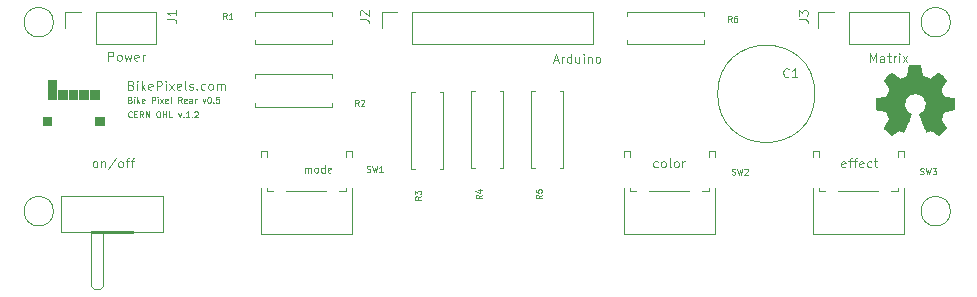
<source format=gbr>
%TF.GenerationSoftware,KiCad,Pcbnew,(5.1.9)-1*%
%TF.CreationDate,2021-06-30T13:01:53+01:00*%
%TF.ProjectId,bikepixel rear,62696b65-7069-4786-956c-20726561722e,v0.5*%
%TF.SameCoordinates,Original*%
%TF.FileFunction,Legend,Top*%
%TF.FilePolarity,Positive*%
%FSLAX46Y46*%
G04 Gerber Fmt 4.6, Leading zero omitted, Abs format (unit mm)*
G04 Created by KiCad (PCBNEW (5.1.9)-1) date 2021-06-30 13:01:53*
%MOMM*%
%LPD*%
G01*
G04 APERTURE LIST*
%ADD10C,0.010000*%
%ADD11C,0.120000*%
%ADD12C,0.240000*%
%ADD13C,0.076200*%
%ADD14C,0.101600*%
G04 APERTURE END LIST*
D10*
%TO.C,Bike Pixel Rear v0.5*%
G36*
X107784900Y-96926400D02*
G01*
X107067350Y-96926400D01*
X107067350Y-96202500D01*
X107784900Y-96202500D01*
X107784900Y-96926400D01*
G37*
X107784900Y-96926400D02*
X107067350Y-96926400D01*
X107067350Y-96202500D01*
X107784900Y-96202500D01*
X107784900Y-96926400D01*
G36*
X111359950Y-97815400D02*
G01*
X110635945Y-97815400D01*
X110637585Y-97455037D01*
X110639225Y-97094675D01*
X110999587Y-97093035D01*
X111359950Y-97091395D01*
X111359950Y-97815400D01*
G37*
X111359950Y-97815400D02*
X110635945Y-97815400D01*
X110637585Y-97455037D01*
X110639225Y-97094675D01*
X110999587Y-97093035D01*
X111359950Y-97091395D01*
X111359950Y-97815400D01*
G36*
X110107412Y-97093035D02*
G01*
X110467775Y-97094675D01*
X110469414Y-97455037D01*
X110471054Y-97815400D01*
X109747050Y-97815400D01*
X109747050Y-97091395D01*
X110107412Y-97093035D01*
G37*
X110107412Y-97093035D02*
X110467775Y-97094675D01*
X110469414Y-97455037D01*
X110471054Y-97815400D01*
X109747050Y-97815400D01*
X109747050Y-97091395D01*
X110107412Y-97093035D01*
G36*
X109574064Y-97455037D02*
G01*
X109575704Y-97815400D01*
X108851595Y-97815400D01*
X108853235Y-97455037D01*
X108854875Y-97094675D01*
X109572425Y-97094675D01*
X109574064Y-97455037D01*
G37*
X109574064Y-97455037D02*
X109575704Y-97815400D01*
X108851595Y-97815400D01*
X108853235Y-97455037D01*
X108854875Y-97094675D01*
X109572425Y-97094675D01*
X109574064Y-97455037D01*
G36*
X108680250Y-97815400D02*
G01*
X107956245Y-97815400D01*
X107957885Y-97455037D01*
X107959525Y-97094675D01*
X108319887Y-97093035D01*
X108680250Y-97091395D01*
X108680250Y-97815400D01*
G37*
X108680250Y-97815400D02*
X107956245Y-97815400D01*
X107957885Y-97455037D01*
X107959525Y-97094675D01*
X108319887Y-97093035D01*
X108680250Y-97091395D01*
X108680250Y-97815400D01*
G36*
X107784900Y-97815400D02*
G01*
X107067350Y-97815400D01*
X107067350Y-97091500D01*
X107784900Y-97091500D01*
X107784900Y-97815400D01*
G37*
X107784900Y-97815400D02*
X107067350Y-97815400D01*
X107067350Y-97091500D01*
X107784900Y-97091500D01*
X107784900Y-97815400D01*
G36*
X111817150Y-100037900D02*
G01*
X111093145Y-100037900D01*
X111094785Y-99677537D01*
X111096425Y-99317175D01*
X111456787Y-99315535D01*
X111817150Y-99313895D01*
X111817150Y-100037900D01*
G37*
X111817150Y-100037900D02*
X111093145Y-100037900D01*
X111094785Y-99677537D01*
X111096425Y-99317175D01*
X111456787Y-99315535D01*
X111817150Y-99313895D01*
X111817150Y-100037900D01*
G36*
X106989562Y-99315535D02*
G01*
X107349925Y-99317175D01*
X107351564Y-99677537D01*
X107353204Y-100037900D01*
X106629200Y-100037900D01*
X106629200Y-99313895D01*
X106989562Y-99315535D01*
G37*
X106989562Y-99315535D02*
X107349925Y-99317175D01*
X107351564Y-99677537D01*
X107353204Y-100037900D01*
X106629200Y-100037900D01*
X106629200Y-99313895D01*
X106989562Y-99315535D01*
%TO.C,OSHW*%
G36*
X181022814Y-95385931D02*
G01*
X181106635Y-95830555D01*
X181415920Y-95958053D01*
X181725206Y-96085551D01*
X182096246Y-95833246D01*
X182200157Y-95762996D01*
X182294087Y-95700272D01*
X182373652Y-95647938D01*
X182434470Y-95608857D01*
X182472157Y-95585893D01*
X182482421Y-95580942D01*
X182500910Y-95593676D01*
X182540420Y-95628882D01*
X182596522Y-95682062D01*
X182664787Y-95748718D01*
X182740786Y-95824354D01*
X182820092Y-95904472D01*
X182898275Y-95984574D01*
X182970907Y-96060164D01*
X183033559Y-96126745D01*
X183081803Y-96179818D01*
X183111210Y-96214887D01*
X183118241Y-96226623D01*
X183108123Y-96248260D01*
X183079759Y-96295662D01*
X183036129Y-96364193D01*
X182980218Y-96449215D01*
X182915006Y-96546093D01*
X182877219Y-96601350D01*
X182808343Y-96702248D01*
X182747140Y-96793299D01*
X182696578Y-96869970D01*
X182659628Y-96927728D01*
X182639258Y-96962043D01*
X182636197Y-96969254D01*
X182643136Y-96989748D01*
X182662051Y-97037513D01*
X182690087Y-97105832D01*
X182724391Y-97187989D01*
X182762109Y-97277270D01*
X182800387Y-97366958D01*
X182836370Y-97450338D01*
X182867206Y-97520694D01*
X182890039Y-97571310D01*
X182902017Y-97595471D01*
X182902724Y-97596422D01*
X182921531Y-97601036D01*
X182971618Y-97611328D01*
X183047793Y-97626287D01*
X183144865Y-97644901D01*
X183257643Y-97666159D01*
X183323442Y-97678418D01*
X183443950Y-97701362D01*
X183552797Y-97723195D01*
X183644476Y-97742722D01*
X183713481Y-97758748D01*
X183754304Y-97770079D01*
X183762511Y-97773674D01*
X183770548Y-97798006D01*
X183777033Y-97852959D01*
X183781970Y-97932108D01*
X183785364Y-98029026D01*
X183787218Y-98137287D01*
X183787538Y-98250465D01*
X183786327Y-98362135D01*
X183783590Y-98465868D01*
X183779331Y-98555241D01*
X183773555Y-98623826D01*
X183766267Y-98665197D01*
X183761895Y-98673810D01*
X183735764Y-98684133D01*
X183680393Y-98698892D01*
X183603107Y-98716352D01*
X183511230Y-98734780D01*
X183479158Y-98740741D01*
X183324524Y-98769066D01*
X183202375Y-98791876D01*
X183108673Y-98810080D01*
X183039384Y-98824583D01*
X182990471Y-98836292D01*
X182957897Y-98846115D01*
X182937628Y-98854956D01*
X182925626Y-98863724D01*
X182923947Y-98865457D01*
X182907184Y-98893371D01*
X182881614Y-98947695D01*
X182849788Y-99021777D01*
X182814260Y-99108965D01*
X182777583Y-99202608D01*
X182742311Y-99296052D01*
X182710996Y-99382647D01*
X182686193Y-99455740D01*
X182670454Y-99508678D01*
X182666332Y-99534811D01*
X182666676Y-99535726D01*
X182680641Y-99557086D01*
X182712322Y-99604084D01*
X182758391Y-99671827D01*
X182815518Y-99755423D01*
X182880373Y-99849982D01*
X182898843Y-99876854D01*
X182964699Y-99974275D01*
X183022650Y-100063163D01*
X183069538Y-100138412D01*
X183102207Y-100194920D01*
X183117500Y-100227581D01*
X183118241Y-100231593D01*
X183105392Y-100252684D01*
X183069888Y-100294464D01*
X183016293Y-100352445D01*
X182949171Y-100422135D01*
X182873087Y-100499045D01*
X182792604Y-100578683D01*
X182712287Y-100656561D01*
X182636699Y-100728186D01*
X182570405Y-100789070D01*
X182517969Y-100834721D01*
X182483955Y-100860650D01*
X182474545Y-100864883D01*
X182452643Y-100854912D01*
X182407800Y-100828020D01*
X182347321Y-100788736D01*
X182300789Y-100757117D01*
X182216475Y-100699098D01*
X182116626Y-100630784D01*
X182016473Y-100562579D01*
X181962627Y-100526075D01*
X181780371Y-100402800D01*
X181627381Y-100485520D01*
X181557682Y-100521759D01*
X181498414Y-100549926D01*
X181458311Y-100565991D01*
X181448103Y-100568226D01*
X181435829Y-100551722D01*
X181411613Y-100505082D01*
X181377263Y-100432609D01*
X181334588Y-100338606D01*
X181285394Y-100227374D01*
X181231490Y-100103215D01*
X181174684Y-99970432D01*
X181116782Y-99833327D01*
X181059593Y-99696202D01*
X181004924Y-99563358D01*
X180954584Y-99439098D01*
X180910380Y-99327725D01*
X180874119Y-99233539D01*
X180847609Y-99160844D01*
X180832658Y-99113941D01*
X180830254Y-99097833D01*
X180849311Y-99077286D01*
X180891036Y-99043933D01*
X180946706Y-99004702D01*
X180951378Y-99001599D01*
X181095264Y-98886423D01*
X181211283Y-98752053D01*
X181298430Y-98602784D01*
X181355699Y-98442913D01*
X181382086Y-98276737D01*
X181376585Y-98108552D01*
X181338190Y-97942655D01*
X181265895Y-97783342D01*
X181244626Y-97748487D01*
X181133996Y-97607737D01*
X181003302Y-97494714D01*
X180857064Y-97410003D01*
X180699808Y-97354194D01*
X180536057Y-97327874D01*
X180370333Y-97331630D01*
X180207162Y-97366050D01*
X180051065Y-97431723D01*
X179906567Y-97529235D01*
X179861869Y-97568813D01*
X179748112Y-97692703D01*
X179665218Y-97823124D01*
X179608356Y-97969315D01*
X179576687Y-98114088D01*
X179568869Y-98276860D01*
X179594938Y-98440440D01*
X179652245Y-98599298D01*
X179738144Y-98747906D01*
X179849986Y-98880735D01*
X179985123Y-98992256D01*
X180002883Y-99004011D01*
X180059150Y-99042508D01*
X180101923Y-99075863D01*
X180122372Y-99097160D01*
X180122669Y-99097833D01*
X180118279Y-99120871D01*
X180100876Y-99173157D01*
X180072268Y-99250390D01*
X180034265Y-99348268D01*
X179988674Y-99462491D01*
X179937303Y-99588758D01*
X179881962Y-99722767D01*
X179824458Y-99860218D01*
X179766601Y-99996808D01*
X179710198Y-100128237D01*
X179657058Y-100250205D01*
X179608990Y-100358409D01*
X179567801Y-100448549D01*
X179535301Y-100516323D01*
X179513297Y-100557430D01*
X179504436Y-100568226D01*
X179477360Y-100559819D01*
X179426697Y-100537272D01*
X179361183Y-100504613D01*
X179325159Y-100485520D01*
X179172168Y-100402800D01*
X178989912Y-100526075D01*
X178896875Y-100589228D01*
X178795015Y-100658727D01*
X178699562Y-100724165D01*
X178651750Y-100757117D01*
X178584505Y-100802273D01*
X178527564Y-100838057D01*
X178488354Y-100859938D01*
X178475619Y-100864563D01*
X178457083Y-100852085D01*
X178416059Y-100817252D01*
X178356525Y-100763678D01*
X178282458Y-100694983D01*
X178197835Y-100614781D01*
X178144315Y-100563286D01*
X178050681Y-100471286D01*
X177969759Y-100388999D01*
X177904823Y-100319945D01*
X177859142Y-100267644D01*
X177835989Y-100235616D01*
X177833768Y-100229116D01*
X177844076Y-100204394D01*
X177872561Y-100154405D01*
X177916063Y-100084212D01*
X177971423Y-99998875D01*
X178035480Y-99903456D01*
X178053697Y-99876854D01*
X178120073Y-99780167D01*
X178179622Y-99693117D01*
X178229016Y-99620595D01*
X178264925Y-99567493D01*
X178284019Y-99538703D01*
X178285864Y-99535726D01*
X178283105Y-99512782D01*
X178268462Y-99462336D01*
X178244487Y-99391041D01*
X178213734Y-99305547D01*
X178178756Y-99212507D01*
X178142107Y-99118574D01*
X178106339Y-99030399D01*
X178074006Y-98954634D01*
X178047662Y-98897931D01*
X178029858Y-98866943D01*
X178028593Y-98865457D01*
X178017706Y-98856601D01*
X177999318Y-98847843D01*
X177969394Y-98838277D01*
X177923897Y-98826996D01*
X177858791Y-98813093D01*
X177770039Y-98795663D01*
X177653607Y-98773798D01*
X177505458Y-98746591D01*
X177473382Y-98740741D01*
X177378314Y-98722374D01*
X177295435Y-98704405D01*
X177232070Y-98688569D01*
X177195542Y-98676600D01*
X177190644Y-98673810D01*
X177182573Y-98649072D01*
X177176013Y-98593790D01*
X177170967Y-98514389D01*
X177167441Y-98417296D01*
X177165439Y-98308938D01*
X177164964Y-98195740D01*
X177166023Y-98084128D01*
X177168618Y-97980529D01*
X177172754Y-97891368D01*
X177178437Y-97823072D01*
X177185669Y-97782066D01*
X177190029Y-97773674D01*
X177214302Y-97765208D01*
X177269574Y-97751435D01*
X177350338Y-97733550D01*
X177451088Y-97712748D01*
X177566317Y-97690223D01*
X177629098Y-97678418D01*
X177748213Y-97656151D01*
X177854435Y-97635979D01*
X177942573Y-97618915D01*
X178007434Y-97605969D01*
X178043826Y-97598155D01*
X178049816Y-97596422D01*
X178059939Y-97576890D01*
X178081338Y-97529843D01*
X178111161Y-97462003D01*
X178146555Y-97380091D01*
X178184668Y-97290828D01*
X178222647Y-97200935D01*
X178257640Y-97117135D01*
X178286794Y-97046147D01*
X178307257Y-96994694D01*
X178316177Y-96969497D01*
X178316343Y-96968396D01*
X178306231Y-96948519D01*
X178277883Y-96902777D01*
X178234277Y-96835717D01*
X178178394Y-96751884D01*
X178113213Y-96655826D01*
X178075321Y-96600650D01*
X178006275Y-96499481D01*
X177944950Y-96407630D01*
X177894337Y-96329744D01*
X177857429Y-96270469D01*
X177837218Y-96234451D01*
X177834299Y-96226377D01*
X177846847Y-96207584D01*
X177881537Y-96167457D01*
X177933937Y-96110493D01*
X177999616Y-96041185D01*
X178074144Y-95964031D01*
X178153087Y-95883525D01*
X178232017Y-95804163D01*
X178306500Y-95730440D01*
X178372106Y-95666852D01*
X178424404Y-95617894D01*
X178458961Y-95588061D01*
X178470522Y-95580942D01*
X178489346Y-95590953D01*
X178534369Y-95619078D01*
X178601213Y-95662454D01*
X178685501Y-95718218D01*
X178782856Y-95783506D01*
X178856293Y-95833246D01*
X179227333Y-96085551D01*
X179845905Y-95830555D01*
X179929725Y-95385931D01*
X180013546Y-94941307D01*
X180938994Y-94941307D01*
X181022814Y-95385931D01*
G37*
X181022814Y-95385931D02*
X181106635Y-95830555D01*
X181415920Y-95958053D01*
X181725206Y-96085551D01*
X182096246Y-95833246D01*
X182200157Y-95762996D01*
X182294087Y-95700272D01*
X182373652Y-95647938D01*
X182434470Y-95608857D01*
X182472157Y-95585893D01*
X182482421Y-95580942D01*
X182500910Y-95593676D01*
X182540420Y-95628882D01*
X182596522Y-95682062D01*
X182664787Y-95748718D01*
X182740786Y-95824354D01*
X182820092Y-95904472D01*
X182898275Y-95984574D01*
X182970907Y-96060164D01*
X183033559Y-96126745D01*
X183081803Y-96179818D01*
X183111210Y-96214887D01*
X183118241Y-96226623D01*
X183108123Y-96248260D01*
X183079759Y-96295662D01*
X183036129Y-96364193D01*
X182980218Y-96449215D01*
X182915006Y-96546093D01*
X182877219Y-96601350D01*
X182808343Y-96702248D01*
X182747140Y-96793299D01*
X182696578Y-96869970D01*
X182659628Y-96927728D01*
X182639258Y-96962043D01*
X182636197Y-96969254D01*
X182643136Y-96989748D01*
X182662051Y-97037513D01*
X182690087Y-97105832D01*
X182724391Y-97187989D01*
X182762109Y-97277270D01*
X182800387Y-97366958D01*
X182836370Y-97450338D01*
X182867206Y-97520694D01*
X182890039Y-97571310D01*
X182902017Y-97595471D01*
X182902724Y-97596422D01*
X182921531Y-97601036D01*
X182971618Y-97611328D01*
X183047793Y-97626287D01*
X183144865Y-97644901D01*
X183257643Y-97666159D01*
X183323442Y-97678418D01*
X183443950Y-97701362D01*
X183552797Y-97723195D01*
X183644476Y-97742722D01*
X183713481Y-97758748D01*
X183754304Y-97770079D01*
X183762511Y-97773674D01*
X183770548Y-97798006D01*
X183777033Y-97852959D01*
X183781970Y-97932108D01*
X183785364Y-98029026D01*
X183787218Y-98137287D01*
X183787538Y-98250465D01*
X183786327Y-98362135D01*
X183783590Y-98465868D01*
X183779331Y-98555241D01*
X183773555Y-98623826D01*
X183766267Y-98665197D01*
X183761895Y-98673810D01*
X183735764Y-98684133D01*
X183680393Y-98698892D01*
X183603107Y-98716352D01*
X183511230Y-98734780D01*
X183479158Y-98740741D01*
X183324524Y-98769066D01*
X183202375Y-98791876D01*
X183108673Y-98810080D01*
X183039384Y-98824583D01*
X182990471Y-98836292D01*
X182957897Y-98846115D01*
X182937628Y-98854956D01*
X182925626Y-98863724D01*
X182923947Y-98865457D01*
X182907184Y-98893371D01*
X182881614Y-98947695D01*
X182849788Y-99021777D01*
X182814260Y-99108965D01*
X182777583Y-99202608D01*
X182742311Y-99296052D01*
X182710996Y-99382647D01*
X182686193Y-99455740D01*
X182670454Y-99508678D01*
X182666332Y-99534811D01*
X182666676Y-99535726D01*
X182680641Y-99557086D01*
X182712322Y-99604084D01*
X182758391Y-99671827D01*
X182815518Y-99755423D01*
X182880373Y-99849982D01*
X182898843Y-99876854D01*
X182964699Y-99974275D01*
X183022650Y-100063163D01*
X183069538Y-100138412D01*
X183102207Y-100194920D01*
X183117500Y-100227581D01*
X183118241Y-100231593D01*
X183105392Y-100252684D01*
X183069888Y-100294464D01*
X183016293Y-100352445D01*
X182949171Y-100422135D01*
X182873087Y-100499045D01*
X182792604Y-100578683D01*
X182712287Y-100656561D01*
X182636699Y-100728186D01*
X182570405Y-100789070D01*
X182517969Y-100834721D01*
X182483955Y-100860650D01*
X182474545Y-100864883D01*
X182452643Y-100854912D01*
X182407800Y-100828020D01*
X182347321Y-100788736D01*
X182300789Y-100757117D01*
X182216475Y-100699098D01*
X182116626Y-100630784D01*
X182016473Y-100562579D01*
X181962627Y-100526075D01*
X181780371Y-100402800D01*
X181627381Y-100485520D01*
X181557682Y-100521759D01*
X181498414Y-100549926D01*
X181458311Y-100565991D01*
X181448103Y-100568226D01*
X181435829Y-100551722D01*
X181411613Y-100505082D01*
X181377263Y-100432609D01*
X181334588Y-100338606D01*
X181285394Y-100227374D01*
X181231490Y-100103215D01*
X181174684Y-99970432D01*
X181116782Y-99833327D01*
X181059593Y-99696202D01*
X181004924Y-99563358D01*
X180954584Y-99439098D01*
X180910380Y-99327725D01*
X180874119Y-99233539D01*
X180847609Y-99160844D01*
X180832658Y-99113941D01*
X180830254Y-99097833D01*
X180849311Y-99077286D01*
X180891036Y-99043933D01*
X180946706Y-99004702D01*
X180951378Y-99001599D01*
X181095264Y-98886423D01*
X181211283Y-98752053D01*
X181298430Y-98602784D01*
X181355699Y-98442913D01*
X181382086Y-98276737D01*
X181376585Y-98108552D01*
X181338190Y-97942655D01*
X181265895Y-97783342D01*
X181244626Y-97748487D01*
X181133996Y-97607737D01*
X181003302Y-97494714D01*
X180857064Y-97410003D01*
X180699808Y-97354194D01*
X180536057Y-97327874D01*
X180370333Y-97331630D01*
X180207162Y-97366050D01*
X180051065Y-97431723D01*
X179906567Y-97529235D01*
X179861869Y-97568813D01*
X179748112Y-97692703D01*
X179665218Y-97823124D01*
X179608356Y-97969315D01*
X179576687Y-98114088D01*
X179568869Y-98276860D01*
X179594938Y-98440440D01*
X179652245Y-98599298D01*
X179738144Y-98747906D01*
X179849986Y-98880735D01*
X179985123Y-98992256D01*
X180002883Y-99004011D01*
X180059150Y-99042508D01*
X180101923Y-99075863D01*
X180122372Y-99097160D01*
X180122669Y-99097833D01*
X180118279Y-99120871D01*
X180100876Y-99173157D01*
X180072268Y-99250390D01*
X180034265Y-99348268D01*
X179988674Y-99462491D01*
X179937303Y-99588758D01*
X179881962Y-99722767D01*
X179824458Y-99860218D01*
X179766601Y-99996808D01*
X179710198Y-100128237D01*
X179657058Y-100250205D01*
X179608990Y-100358409D01*
X179567801Y-100448549D01*
X179535301Y-100516323D01*
X179513297Y-100557430D01*
X179504436Y-100568226D01*
X179477360Y-100559819D01*
X179426697Y-100537272D01*
X179361183Y-100504613D01*
X179325159Y-100485520D01*
X179172168Y-100402800D01*
X178989912Y-100526075D01*
X178896875Y-100589228D01*
X178795015Y-100658727D01*
X178699562Y-100724165D01*
X178651750Y-100757117D01*
X178584505Y-100802273D01*
X178527564Y-100838057D01*
X178488354Y-100859938D01*
X178475619Y-100864563D01*
X178457083Y-100852085D01*
X178416059Y-100817252D01*
X178356525Y-100763678D01*
X178282458Y-100694983D01*
X178197835Y-100614781D01*
X178144315Y-100563286D01*
X178050681Y-100471286D01*
X177969759Y-100388999D01*
X177904823Y-100319945D01*
X177859142Y-100267644D01*
X177835989Y-100235616D01*
X177833768Y-100229116D01*
X177844076Y-100204394D01*
X177872561Y-100154405D01*
X177916063Y-100084212D01*
X177971423Y-99998875D01*
X178035480Y-99903456D01*
X178053697Y-99876854D01*
X178120073Y-99780167D01*
X178179622Y-99693117D01*
X178229016Y-99620595D01*
X178264925Y-99567493D01*
X178284019Y-99538703D01*
X178285864Y-99535726D01*
X178283105Y-99512782D01*
X178268462Y-99462336D01*
X178244487Y-99391041D01*
X178213734Y-99305547D01*
X178178756Y-99212507D01*
X178142107Y-99118574D01*
X178106339Y-99030399D01*
X178074006Y-98954634D01*
X178047662Y-98897931D01*
X178029858Y-98866943D01*
X178028593Y-98865457D01*
X178017706Y-98856601D01*
X177999318Y-98847843D01*
X177969394Y-98838277D01*
X177923897Y-98826996D01*
X177858791Y-98813093D01*
X177770039Y-98795663D01*
X177653607Y-98773798D01*
X177505458Y-98746591D01*
X177473382Y-98740741D01*
X177378314Y-98722374D01*
X177295435Y-98704405D01*
X177232070Y-98688569D01*
X177195542Y-98676600D01*
X177190644Y-98673810D01*
X177182573Y-98649072D01*
X177176013Y-98593790D01*
X177170967Y-98514389D01*
X177167441Y-98417296D01*
X177165439Y-98308938D01*
X177164964Y-98195740D01*
X177166023Y-98084128D01*
X177168618Y-97980529D01*
X177172754Y-97891368D01*
X177178437Y-97823072D01*
X177185669Y-97782066D01*
X177190029Y-97773674D01*
X177214302Y-97765208D01*
X177269574Y-97751435D01*
X177350338Y-97733550D01*
X177451088Y-97712748D01*
X177566317Y-97690223D01*
X177629098Y-97678418D01*
X177748213Y-97656151D01*
X177854435Y-97635979D01*
X177942573Y-97618915D01*
X178007434Y-97605969D01*
X178043826Y-97598155D01*
X178049816Y-97596422D01*
X178059939Y-97576890D01*
X178081338Y-97529843D01*
X178111161Y-97462003D01*
X178146555Y-97380091D01*
X178184668Y-97290828D01*
X178222647Y-97200935D01*
X178257640Y-97117135D01*
X178286794Y-97046147D01*
X178307257Y-96994694D01*
X178316177Y-96969497D01*
X178316343Y-96968396D01*
X178306231Y-96948519D01*
X178277883Y-96902777D01*
X178234277Y-96835717D01*
X178178394Y-96751884D01*
X178113213Y-96655826D01*
X178075321Y-96600650D01*
X178006275Y-96499481D01*
X177944950Y-96407630D01*
X177894337Y-96329744D01*
X177857429Y-96270469D01*
X177837218Y-96234451D01*
X177834299Y-96226377D01*
X177846847Y-96207584D01*
X177881537Y-96167457D01*
X177933937Y-96110493D01*
X177999616Y-96041185D01*
X178074144Y-95964031D01*
X178153087Y-95883525D01*
X178232017Y-95804163D01*
X178306500Y-95730440D01*
X178372106Y-95666852D01*
X178424404Y-95617894D01*
X178458961Y-95588061D01*
X178470522Y-95580942D01*
X178489346Y-95590953D01*
X178534369Y-95619078D01*
X178601213Y-95662454D01*
X178685501Y-95718218D01*
X178782856Y-95783506D01*
X178856293Y-95833246D01*
X179227333Y-96085551D01*
X179845905Y-95830555D01*
X179929725Y-95385931D01*
X180013546Y-94941307D01*
X180938994Y-94941307D01*
X181022814Y-95385931D01*
D11*
%TO.C,H3*%
X183496000Y-107315000D02*
G75*
G03*
X183496000Y-107315000I-1251000J0D01*
G01*
%TO.C,H4*%
X183496000Y-91313000D02*
G75*
G03*
X183496000Y-91313000I-1251000J0D01*
G01*
%TO.C,H2*%
X107550000Y-107315000D02*
G75*
G03*
X107550000Y-107315000I-1251000J0D01*
G01*
%TO.C,H1*%
X107550000Y-91313000D02*
G75*
G03*
X107550000Y-91313000I-1251000J0D01*
G01*
%TO.C,SW2*%
X161375000Y-105583000D02*
X157975000Y-105583000D01*
X163015000Y-105583000D02*
X162475000Y-105583000D01*
X155815000Y-102753000D02*
X155815000Y-102243000D01*
X156335000Y-102243000D02*
X155815000Y-102243000D01*
X156335000Y-102753000D02*
X156335000Y-102243000D01*
X156875000Y-105583000D02*
X156335000Y-105583000D01*
X163535000Y-102753000D02*
X163535000Y-102243000D01*
X163015000Y-102753000D02*
X163015000Y-102243000D01*
X156335000Y-105583000D02*
X156335000Y-105353000D01*
X163535000Y-109253000D02*
X163535000Y-105353000D01*
X163535000Y-102243000D02*
X163015000Y-102243000D01*
X155815000Y-109253000D02*
X155815000Y-105353000D01*
X163535000Y-109253000D02*
X155815000Y-109253000D01*
X163015000Y-105583000D02*
X163015000Y-105353000D01*
%TO.C,C1*%
X172014000Y-97381000D02*
G75*
G03*
X172014000Y-97381000I-4120000J0D01*
G01*
%TO.C,J1*%
X111125000Y-93151000D02*
X111125000Y-90491000D01*
X111125000Y-93151000D02*
X116265000Y-93151000D01*
X116265000Y-93151000D02*
X116265000Y-90491000D01*
X111125000Y-90491000D02*
X116265000Y-90491000D01*
X108525000Y-90491000D02*
X109855000Y-90491000D01*
X108525000Y-91821000D02*
X108525000Y-90491000D01*
%TO.C,J2*%
X137922000Y-93151000D02*
X137922000Y-90491000D01*
X137922000Y-93151000D02*
X153222000Y-93151000D01*
X153222000Y-93151000D02*
X153222000Y-90491000D01*
X137922000Y-90491000D02*
X153222000Y-90491000D01*
X135322000Y-90491000D02*
X136652000Y-90491000D01*
X135322000Y-91821000D02*
X135322000Y-90491000D01*
%TO.C,J3*%
X172279000Y-91821000D02*
X172279000Y-90491000D01*
X172279000Y-90491000D02*
X173609000Y-90491000D01*
X174879000Y-90491000D02*
X180019000Y-90491000D01*
X180019000Y-93151000D02*
X180019000Y-90491000D01*
X174879000Y-93151000D02*
X180019000Y-93151000D01*
X174879000Y-93151000D02*
X174879000Y-90491000D01*
%TO.C,R1*%
X131159000Y-93191000D02*
X131159000Y-92861000D01*
X124619000Y-93191000D02*
X131159000Y-93191000D01*
X124619000Y-92861000D02*
X124619000Y-93191000D01*
X131159000Y-90451000D02*
X131159000Y-90781000D01*
X124619000Y-90451000D02*
X131159000Y-90451000D01*
X124619000Y-90781000D02*
X124619000Y-90451000D01*
%TO.C,R2*%
X124619000Y-96051500D02*
X124619000Y-95721500D01*
X124619000Y-95721500D02*
X131159000Y-95721500D01*
X131159000Y-95721500D02*
X131159000Y-96051500D01*
X124619000Y-98131500D02*
X124619000Y-98461500D01*
X124619000Y-98461500D02*
X131159000Y-98461500D01*
X131159000Y-98461500D02*
X131159000Y-98131500D01*
%TO.C,R3*%
X140562000Y-97187000D02*
X140232000Y-97187000D01*
X140562000Y-103727000D02*
X140562000Y-97187000D01*
X140232000Y-103727000D02*
X140562000Y-103727000D01*
X137822000Y-97187000D02*
X138152000Y-97187000D01*
X137822000Y-103727000D02*
X137822000Y-97187000D01*
X138152000Y-103727000D02*
X137822000Y-103727000D01*
%TO.C,R4*%
X143232000Y-103663500D02*
X142902000Y-103663500D01*
X142902000Y-103663500D02*
X142902000Y-97123500D01*
X142902000Y-97123500D02*
X143232000Y-97123500D01*
X145312000Y-103663500D02*
X145642000Y-103663500D01*
X145642000Y-103663500D02*
X145642000Y-97123500D01*
X145642000Y-97123500D02*
X145312000Y-97123500D01*
%TO.C,R5*%
X150722000Y-97123500D02*
X150392000Y-97123500D01*
X150722000Y-103663500D02*
X150722000Y-97123500D01*
X150392000Y-103663500D02*
X150722000Y-103663500D01*
X147982000Y-97123500D02*
X148312000Y-97123500D01*
X147982000Y-103663500D02*
X147982000Y-97123500D01*
X148312000Y-103663500D02*
X147982000Y-103663500D01*
%TO.C,R6*%
X156115000Y-90781000D02*
X156115000Y-90451000D01*
X156115000Y-90451000D02*
X162655000Y-90451000D01*
X162655000Y-90451000D02*
X162655000Y-90781000D01*
X156115000Y-92861000D02*
X156115000Y-93191000D01*
X156115000Y-93191000D02*
X162655000Y-93191000D01*
X162655000Y-93191000D02*
X162655000Y-92861000D01*
%TO.C,SW0*%
X108204000Y-109093000D02*
X108204000Y-106045000D01*
X116840000Y-109093000D02*
X108204000Y-109093000D01*
X116840000Y-106045000D02*
X116840000Y-109093000D01*
X108204000Y-106045000D02*
X116840000Y-106045000D01*
D12*
X110744000Y-109093000D02*
X114300000Y-109093000D01*
D11*
X110744000Y-109093000D02*
X110744000Y-113665000D01*
X111760000Y-113665000D02*
X111760000Y-109093000D01*
X110744000Y-113665000D02*
X110998000Y-113919000D01*
X110998000Y-113919000D02*
X111506000Y-113919000D01*
X111506000Y-113919000D02*
X111760000Y-113665000D01*
%TO.C,SW1*%
X132281000Y-105583000D02*
X132281000Y-105353000D01*
X132801000Y-109253000D02*
X125081000Y-109253000D01*
X125081000Y-109253000D02*
X125081000Y-105353000D01*
X132801000Y-102243000D02*
X132281000Y-102243000D01*
X132801000Y-109253000D02*
X132801000Y-105353000D01*
X125601000Y-105583000D02*
X125601000Y-105353000D01*
X132281000Y-102753000D02*
X132281000Y-102243000D01*
X132801000Y-102753000D02*
X132801000Y-102243000D01*
X126141000Y-105583000D02*
X125601000Y-105583000D01*
X125601000Y-102753000D02*
X125601000Y-102243000D01*
X125601000Y-102243000D02*
X125081000Y-102243000D01*
X125081000Y-102753000D02*
X125081000Y-102243000D01*
X132281000Y-105583000D02*
X131741000Y-105583000D01*
X130641000Y-105583000D02*
X127241000Y-105583000D01*
%TO.C,SW3*%
X179017000Y-105583000D02*
X179017000Y-105353000D01*
X179537000Y-109253000D02*
X171817000Y-109253000D01*
X171817000Y-109253000D02*
X171817000Y-105353000D01*
X179537000Y-102243000D02*
X179017000Y-102243000D01*
X179537000Y-109253000D02*
X179537000Y-105353000D01*
X172337000Y-105583000D02*
X172337000Y-105353000D01*
X179017000Y-102753000D02*
X179017000Y-102243000D01*
X179537000Y-102753000D02*
X179537000Y-102243000D01*
X172877000Y-105583000D02*
X172337000Y-105583000D01*
X172337000Y-102753000D02*
X172337000Y-102243000D01*
X172337000Y-102243000D02*
X171817000Y-102243000D01*
X171817000Y-102753000D02*
X171817000Y-102243000D01*
X179017000Y-105583000D02*
X178477000Y-105583000D01*
X177377000Y-105583000D02*
X173977000Y-105583000D01*
%TO.C,CERN OHL v.1.2*%
D13*
X114177838Y-99317628D02*
X114153647Y-99341819D01*
X114081076Y-99366009D01*
X114032695Y-99366009D01*
X113960123Y-99341819D01*
X113911742Y-99293438D01*
X113887552Y-99245057D01*
X113863361Y-99148295D01*
X113863361Y-99075723D01*
X113887552Y-98978961D01*
X113911742Y-98930580D01*
X113960123Y-98882200D01*
X114032695Y-98858009D01*
X114081076Y-98858009D01*
X114153647Y-98882200D01*
X114177838Y-98906390D01*
X114395552Y-99099914D02*
X114564885Y-99099914D01*
X114637457Y-99366009D02*
X114395552Y-99366009D01*
X114395552Y-98858009D01*
X114637457Y-98858009D01*
X115145457Y-99366009D02*
X114976123Y-99124104D01*
X114855171Y-99366009D02*
X114855171Y-98858009D01*
X115048695Y-98858009D01*
X115097076Y-98882200D01*
X115121266Y-98906390D01*
X115145457Y-98954771D01*
X115145457Y-99027342D01*
X115121266Y-99075723D01*
X115097076Y-99099914D01*
X115048695Y-99124104D01*
X114855171Y-99124104D01*
X115363171Y-99366009D02*
X115363171Y-98858009D01*
X115653457Y-99366009D01*
X115653457Y-98858009D01*
X116379171Y-98858009D02*
X116475933Y-98858009D01*
X116524314Y-98882200D01*
X116572695Y-98930580D01*
X116596885Y-99027342D01*
X116596885Y-99196676D01*
X116572695Y-99293438D01*
X116524314Y-99341819D01*
X116475933Y-99366009D01*
X116379171Y-99366009D01*
X116330790Y-99341819D01*
X116282409Y-99293438D01*
X116258219Y-99196676D01*
X116258219Y-99027342D01*
X116282409Y-98930580D01*
X116330790Y-98882200D01*
X116379171Y-98858009D01*
X116814600Y-99366009D02*
X116814600Y-98858009D01*
X116814600Y-99099914D02*
X117104885Y-99099914D01*
X117104885Y-99366009D02*
X117104885Y-98858009D01*
X117588695Y-99366009D02*
X117346790Y-99366009D01*
X117346790Y-98858009D01*
X118096695Y-99027342D02*
X118217647Y-99366009D01*
X118338600Y-99027342D01*
X118532123Y-99317628D02*
X118556314Y-99341819D01*
X118532123Y-99366009D01*
X118507933Y-99341819D01*
X118532123Y-99317628D01*
X118532123Y-99366009D01*
X119040123Y-99366009D02*
X118749838Y-99366009D01*
X118894980Y-99366009D02*
X118894980Y-98858009D01*
X118846600Y-98930580D01*
X118798219Y-98978961D01*
X118749838Y-99003152D01*
X119257838Y-99317628D02*
X119282028Y-99341819D01*
X119257838Y-99366009D01*
X119233647Y-99341819D01*
X119257838Y-99317628D01*
X119257838Y-99366009D01*
X119475552Y-98906390D02*
X119499742Y-98882200D01*
X119548123Y-98858009D01*
X119669076Y-98858009D01*
X119717457Y-98882200D01*
X119741647Y-98906390D01*
X119765838Y-98954771D01*
X119765838Y-99003152D01*
X119741647Y-99075723D01*
X119451361Y-99366009D01*
X119765838Y-99366009D01*
%TO.C,Bike Pixel Rear v0.5*%
X114052047Y-97880714D02*
X114124619Y-97904904D01*
X114148809Y-97929095D01*
X114173000Y-97977476D01*
X114173000Y-98050047D01*
X114148809Y-98098428D01*
X114124619Y-98122619D01*
X114076238Y-98146809D01*
X113882714Y-98146809D01*
X113882714Y-97638809D01*
X114052047Y-97638809D01*
X114100428Y-97663000D01*
X114124619Y-97687190D01*
X114148809Y-97735571D01*
X114148809Y-97783952D01*
X114124619Y-97832333D01*
X114100428Y-97856523D01*
X114052047Y-97880714D01*
X113882714Y-97880714D01*
X114390714Y-98146809D02*
X114390714Y-97808142D01*
X114390714Y-97638809D02*
X114366523Y-97663000D01*
X114390714Y-97687190D01*
X114414904Y-97663000D01*
X114390714Y-97638809D01*
X114390714Y-97687190D01*
X114632619Y-98146809D02*
X114632619Y-97638809D01*
X114681000Y-97953285D02*
X114826142Y-98146809D01*
X114826142Y-97808142D02*
X114632619Y-98001666D01*
X115237380Y-98122619D02*
X115189000Y-98146809D01*
X115092238Y-98146809D01*
X115043857Y-98122619D01*
X115019666Y-98074238D01*
X115019666Y-97880714D01*
X115043857Y-97832333D01*
X115092238Y-97808142D01*
X115189000Y-97808142D01*
X115237380Y-97832333D01*
X115261571Y-97880714D01*
X115261571Y-97929095D01*
X115019666Y-97977476D01*
X115866333Y-98146809D02*
X115866333Y-97638809D01*
X116059857Y-97638809D01*
X116108238Y-97663000D01*
X116132428Y-97687190D01*
X116156619Y-97735571D01*
X116156619Y-97808142D01*
X116132428Y-97856523D01*
X116108238Y-97880714D01*
X116059857Y-97904904D01*
X115866333Y-97904904D01*
X116374333Y-98146809D02*
X116374333Y-97808142D01*
X116374333Y-97638809D02*
X116350142Y-97663000D01*
X116374333Y-97687190D01*
X116398523Y-97663000D01*
X116374333Y-97638809D01*
X116374333Y-97687190D01*
X116567857Y-98146809D02*
X116833952Y-97808142D01*
X116567857Y-97808142D02*
X116833952Y-98146809D01*
X117221000Y-98122619D02*
X117172619Y-98146809D01*
X117075857Y-98146809D01*
X117027476Y-98122619D01*
X117003285Y-98074238D01*
X117003285Y-97880714D01*
X117027476Y-97832333D01*
X117075857Y-97808142D01*
X117172619Y-97808142D01*
X117221000Y-97832333D01*
X117245190Y-97880714D01*
X117245190Y-97929095D01*
X117003285Y-97977476D01*
X117535476Y-98146809D02*
X117487095Y-98122619D01*
X117462904Y-98074238D01*
X117462904Y-97638809D01*
X118406333Y-98146809D02*
X118237000Y-97904904D01*
X118116047Y-98146809D02*
X118116047Y-97638809D01*
X118309571Y-97638809D01*
X118357952Y-97663000D01*
X118382142Y-97687190D01*
X118406333Y-97735571D01*
X118406333Y-97808142D01*
X118382142Y-97856523D01*
X118357952Y-97880714D01*
X118309571Y-97904904D01*
X118116047Y-97904904D01*
X118817571Y-98122619D02*
X118769190Y-98146809D01*
X118672428Y-98146809D01*
X118624047Y-98122619D01*
X118599857Y-98074238D01*
X118599857Y-97880714D01*
X118624047Y-97832333D01*
X118672428Y-97808142D01*
X118769190Y-97808142D01*
X118817571Y-97832333D01*
X118841761Y-97880714D01*
X118841761Y-97929095D01*
X118599857Y-97977476D01*
X119277190Y-98146809D02*
X119277190Y-97880714D01*
X119253000Y-97832333D01*
X119204619Y-97808142D01*
X119107857Y-97808142D01*
X119059476Y-97832333D01*
X119277190Y-98122619D02*
X119228809Y-98146809D01*
X119107857Y-98146809D01*
X119059476Y-98122619D01*
X119035285Y-98074238D01*
X119035285Y-98025857D01*
X119059476Y-97977476D01*
X119107857Y-97953285D01*
X119228809Y-97953285D01*
X119277190Y-97929095D01*
X119519095Y-98146809D02*
X119519095Y-97808142D01*
X119519095Y-97904904D02*
X119543285Y-97856523D01*
X119567476Y-97832333D01*
X119615857Y-97808142D01*
X119664238Y-97808142D01*
X120172238Y-97808142D02*
X120293190Y-98146809D01*
X120414142Y-97808142D01*
X120704428Y-97638809D02*
X120752809Y-97638809D01*
X120801190Y-97663000D01*
X120825380Y-97687190D01*
X120849571Y-97735571D01*
X120873761Y-97832333D01*
X120873761Y-97953285D01*
X120849571Y-98050047D01*
X120825380Y-98098428D01*
X120801190Y-98122619D01*
X120752809Y-98146809D01*
X120704428Y-98146809D01*
X120656047Y-98122619D01*
X120631857Y-98098428D01*
X120607666Y-98050047D01*
X120583476Y-97953285D01*
X120583476Y-97832333D01*
X120607666Y-97735571D01*
X120631857Y-97687190D01*
X120656047Y-97663000D01*
X120704428Y-97638809D01*
X121091476Y-98098428D02*
X121115666Y-98122619D01*
X121091476Y-98146809D01*
X121067285Y-98122619D01*
X121091476Y-98098428D01*
X121091476Y-98146809D01*
X121575285Y-97638809D02*
X121333380Y-97638809D01*
X121309190Y-97880714D01*
X121333380Y-97856523D01*
X121381761Y-97832333D01*
X121502714Y-97832333D01*
X121551095Y-97856523D01*
X121575285Y-97880714D01*
X121599476Y-97929095D01*
X121599476Y-98050047D01*
X121575285Y-98098428D01*
X121551095Y-98122619D01*
X121502714Y-98146809D01*
X121381761Y-98146809D01*
X121333380Y-98122619D01*
X121309190Y-98098428D01*
D14*
X114129457Y-96643371D02*
X114238314Y-96679657D01*
X114274600Y-96715942D01*
X114310885Y-96788514D01*
X114310885Y-96897371D01*
X114274600Y-96969942D01*
X114238314Y-97006228D01*
X114165742Y-97042514D01*
X113875457Y-97042514D01*
X113875457Y-96280514D01*
X114129457Y-96280514D01*
X114202028Y-96316800D01*
X114238314Y-96353085D01*
X114274600Y-96425657D01*
X114274600Y-96498228D01*
X114238314Y-96570800D01*
X114202028Y-96607085D01*
X114129457Y-96643371D01*
X113875457Y-96643371D01*
X114637457Y-97042514D02*
X114637457Y-96534514D01*
X114637457Y-96280514D02*
X114601171Y-96316800D01*
X114637457Y-96353085D01*
X114673742Y-96316800D01*
X114637457Y-96280514D01*
X114637457Y-96353085D01*
X115000314Y-97042514D02*
X115000314Y-96280514D01*
X115072885Y-96752228D02*
X115290600Y-97042514D01*
X115290600Y-96534514D02*
X115000314Y-96824800D01*
X115907457Y-97006228D02*
X115834885Y-97042514D01*
X115689742Y-97042514D01*
X115617171Y-97006228D01*
X115580885Y-96933657D01*
X115580885Y-96643371D01*
X115617171Y-96570800D01*
X115689742Y-96534514D01*
X115834885Y-96534514D01*
X115907457Y-96570800D01*
X115943742Y-96643371D01*
X115943742Y-96715942D01*
X115580885Y-96788514D01*
X116270314Y-97042514D02*
X116270314Y-96280514D01*
X116560600Y-96280514D01*
X116633171Y-96316800D01*
X116669457Y-96353085D01*
X116705742Y-96425657D01*
X116705742Y-96534514D01*
X116669457Y-96607085D01*
X116633171Y-96643371D01*
X116560600Y-96679657D01*
X116270314Y-96679657D01*
X117032314Y-97042514D02*
X117032314Y-96534514D01*
X117032314Y-96280514D02*
X116996028Y-96316800D01*
X117032314Y-96353085D01*
X117068600Y-96316800D01*
X117032314Y-96280514D01*
X117032314Y-96353085D01*
X117322600Y-97042514D02*
X117721742Y-96534514D01*
X117322600Y-96534514D02*
X117721742Y-97042514D01*
X118302314Y-97006228D02*
X118229742Y-97042514D01*
X118084600Y-97042514D01*
X118012028Y-97006228D01*
X117975742Y-96933657D01*
X117975742Y-96643371D01*
X118012028Y-96570800D01*
X118084600Y-96534514D01*
X118229742Y-96534514D01*
X118302314Y-96570800D01*
X118338600Y-96643371D01*
X118338600Y-96715942D01*
X117975742Y-96788514D01*
X118774028Y-97042514D02*
X118701457Y-97006228D01*
X118665171Y-96933657D01*
X118665171Y-96280514D01*
X119028028Y-97006228D02*
X119100600Y-97042514D01*
X119245742Y-97042514D01*
X119318314Y-97006228D01*
X119354600Y-96933657D01*
X119354600Y-96897371D01*
X119318314Y-96824800D01*
X119245742Y-96788514D01*
X119136885Y-96788514D01*
X119064314Y-96752228D01*
X119028028Y-96679657D01*
X119028028Y-96643371D01*
X119064314Y-96570800D01*
X119136885Y-96534514D01*
X119245742Y-96534514D01*
X119318314Y-96570800D01*
X119681171Y-96969942D02*
X119717457Y-97006228D01*
X119681171Y-97042514D01*
X119644885Y-97006228D01*
X119681171Y-96969942D01*
X119681171Y-97042514D01*
X120370600Y-97006228D02*
X120298028Y-97042514D01*
X120152885Y-97042514D01*
X120080314Y-97006228D01*
X120044028Y-96969942D01*
X120007742Y-96897371D01*
X120007742Y-96679657D01*
X120044028Y-96607085D01*
X120080314Y-96570800D01*
X120152885Y-96534514D01*
X120298028Y-96534514D01*
X120370600Y-96570800D01*
X120806028Y-97042514D02*
X120733457Y-97006228D01*
X120697171Y-96969942D01*
X120660885Y-96897371D01*
X120660885Y-96679657D01*
X120697171Y-96607085D01*
X120733457Y-96570800D01*
X120806028Y-96534514D01*
X120914885Y-96534514D01*
X120987457Y-96570800D01*
X121023742Y-96607085D01*
X121060028Y-96679657D01*
X121060028Y-96897371D01*
X121023742Y-96969942D01*
X120987457Y-97006228D01*
X120914885Y-97042514D01*
X120806028Y-97042514D01*
X121386600Y-97042514D02*
X121386600Y-96534514D01*
X121386600Y-96607085D02*
X121422885Y-96570800D01*
X121495457Y-96534514D01*
X121604314Y-96534514D01*
X121676885Y-96570800D01*
X121713171Y-96643371D01*
X121713171Y-97042514D01*
X121713171Y-96643371D02*
X121749457Y-96570800D01*
X121822028Y-96534514D01*
X121930885Y-96534514D01*
X122003457Y-96570800D01*
X122039742Y-96643371D01*
X122039742Y-97042514D01*
%TO.C,SW2*%
D13*
X164981466Y-104193219D02*
X165054038Y-104217409D01*
X165174990Y-104217409D01*
X165223371Y-104193219D01*
X165247561Y-104169028D01*
X165271752Y-104120647D01*
X165271752Y-104072266D01*
X165247561Y-104023885D01*
X165223371Y-103999695D01*
X165174990Y-103975504D01*
X165078228Y-103951314D01*
X165029847Y-103927123D01*
X165005657Y-103902933D01*
X164981466Y-103854552D01*
X164981466Y-103806171D01*
X165005657Y-103757790D01*
X165029847Y-103733600D01*
X165078228Y-103709409D01*
X165199180Y-103709409D01*
X165271752Y-103733600D01*
X165441085Y-103709409D02*
X165562038Y-104217409D01*
X165658800Y-103854552D01*
X165755561Y-104217409D01*
X165876514Y-103709409D01*
X166045847Y-103757790D02*
X166070038Y-103733600D01*
X166118419Y-103709409D01*
X166239371Y-103709409D01*
X166287752Y-103733600D01*
X166311942Y-103757790D01*
X166336133Y-103806171D01*
X166336133Y-103854552D01*
X166311942Y-103927123D01*
X166021657Y-104217409D01*
X166336133Y-104217409D01*
D14*
X158695571Y-103559428D02*
X158623000Y-103595714D01*
X158477857Y-103595714D01*
X158405285Y-103559428D01*
X158369000Y-103523142D01*
X158332714Y-103450571D01*
X158332714Y-103232857D01*
X158369000Y-103160285D01*
X158405285Y-103124000D01*
X158477857Y-103087714D01*
X158623000Y-103087714D01*
X158695571Y-103124000D01*
X159131000Y-103595714D02*
X159058428Y-103559428D01*
X159022142Y-103523142D01*
X158985857Y-103450571D01*
X158985857Y-103232857D01*
X159022142Y-103160285D01*
X159058428Y-103124000D01*
X159131000Y-103087714D01*
X159239857Y-103087714D01*
X159312428Y-103124000D01*
X159348714Y-103160285D01*
X159385000Y-103232857D01*
X159385000Y-103450571D01*
X159348714Y-103523142D01*
X159312428Y-103559428D01*
X159239857Y-103595714D01*
X159131000Y-103595714D01*
X159820428Y-103595714D02*
X159747857Y-103559428D01*
X159711571Y-103486857D01*
X159711571Y-102833714D01*
X160219571Y-103595714D02*
X160147000Y-103559428D01*
X160110714Y-103523142D01*
X160074428Y-103450571D01*
X160074428Y-103232857D01*
X160110714Y-103160285D01*
X160147000Y-103124000D01*
X160219571Y-103087714D01*
X160328428Y-103087714D01*
X160401000Y-103124000D01*
X160437285Y-103160285D01*
X160473571Y-103232857D01*
X160473571Y-103450571D01*
X160437285Y-103523142D01*
X160401000Y-103559428D01*
X160328428Y-103595714D01*
X160219571Y-103595714D01*
X160800142Y-103595714D02*
X160800142Y-103087714D01*
X160800142Y-103232857D02*
X160836428Y-103160285D01*
X160872714Y-103124000D01*
X160945285Y-103087714D01*
X161017857Y-103087714D01*
%TO.C,C1*%
X169799000Y-95903142D02*
X169762714Y-95939428D01*
X169653857Y-95975714D01*
X169581285Y-95975714D01*
X169472428Y-95939428D01*
X169399857Y-95866857D01*
X169363571Y-95794285D01*
X169327285Y-95649142D01*
X169327285Y-95540285D01*
X169363571Y-95395142D01*
X169399857Y-95322571D01*
X169472428Y-95250000D01*
X169581285Y-95213714D01*
X169653857Y-95213714D01*
X169762714Y-95250000D01*
X169799000Y-95286285D01*
X170524714Y-95975714D02*
X170089285Y-95975714D01*
X170307000Y-95975714D02*
X170307000Y-95213714D01*
X170234428Y-95322571D01*
X170161857Y-95395142D01*
X170089285Y-95431428D01*
%TO.C,J1*%
X117184714Y-91059000D02*
X117729000Y-91059000D01*
X117837857Y-91095285D01*
X117910428Y-91167857D01*
X117946714Y-91276714D01*
X117946714Y-91349285D01*
X117946714Y-90297000D02*
X117946714Y-90732428D01*
X117946714Y-90514714D02*
X117184714Y-90514714D01*
X117293571Y-90587285D01*
X117366142Y-90659857D01*
X117402428Y-90732428D01*
X112184542Y-94578714D02*
X112184542Y-93816714D01*
X112474828Y-93816714D01*
X112547400Y-93853000D01*
X112583685Y-93889285D01*
X112619971Y-93961857D01*
X112619971Y-94070714D01*
X112583685Y-94143285D01*
X112547400Y-94179571D01*
X112474828Y-94215857D01*
X112184542Y-94215857D01*
X113055400Y-94578714D02*
X112982828Y-94542428D01*
X112946542Y-94506142D01*
X112910257Y-94433571D01*
X112910257Y-94215857D01*
X112946542Y-94143285D01*
X112982828Y-94107000D01*
X113055400Y-94070714D01*
X113164257Y-94070714D01*
X113236828Y-94107000D01*
X113273114Y-94143285D01*
X113309400Y-94215857D01*
X113309400Y-94433571D01*
X113273114Y-94506142D01*
X113236828Y-94542428D01*
X113164257Y-94578714D01*
X113055400Y-94578714D01*
X113563400Y-94070714D02*
X113708542Y-94578714D01*
X113853685Y-94215857D01*
X113998828Y-94578714D01*
X114143971Y-94070714D01*
X114724542Y-94542428D02*
X114651971Y-94578714D01*
X114506828Y-94578714D01*
X114434257Y-94542428D01*
X114397971Y-94469857D01*
X114397971Y-94179571D01*
X114434257Y-94107000D01*
X114506828Y-94070714D01*
X114651971Y-94070714D01*
X114724542Y-94107000D01*
X114760828Y-94179571D01*
X114760828Y-94252142D01*
X114397971Y-94324714D01*
X115087400Y-94578714D02*
X115087400Y-94070714D01*
X115087400Y-94215857D02*
X115123685Y-94143285D01*
X115159971Y-94107000D01*
X115232542Y-94070714D01*
X115305114Y-94070714D01*
%TO.C,J2*%
X133464714Y-91059000D02*
X134009000Y-91059000D01*
X134117857Y-91095285D01*
X134190428Y-91167857D01*
X134226714Y-91276714D01*
X134226714Y-91349285D01*
X133537285Y-90732428D02*
X133501000Y-90696142D01*
X133464714Y-90623571D01*
X133464714Y-90442142D01*
X133501000Y-90369571D01*
X133537285Y-90333285D01*
X133609857Y-90297000D01*
X133682428Y-90297000D01*
X133791285Y-90333285D01*
X134226714Y-90768714D01*
X134226714Y-90297000D01*
X149889028Y-94538800D02*
X150251885Y-94538800D01*
X149816457Y-94756514D02*
X150070457Y-93994514D01*
X150324457Y-94756514D01*
X150578457Y-94756514D02*
X150578457Y-94248514D01*
X150578457Y-94393657D02*
X150614742Y-94321085D01*
X150651028Y-94284800D01*
X150723600Y-94248514D01*
X150796171Y-94248514D01*
X151376742Y-94756514D02*
X151376742Y-93994514D01*
X151376742Y-94720228D02*
X151304171Y-94756514D01*
X151159028Y-94756514D01*
X151086457Y-94720228D01*
X151050171Y-94683942D01*
X151013885Y-94611371D01*
X151013885Y-94393657D01*
X151050171Y-94321085D01*
X151086457Y-94284800D01*
X151159028Y-94248514D01*
X151304171Y-94248514D01*
X151376742Y-94284800D01*
X152066171Y-94248514D02*
X152066171Y-94756514D01*
X151739600Y-94248514D02*
X151739600Y-94647657D01*
X151775885Y-94720228D01*
X151848457Y-94756514D01*
X151957314Y-94756514D01*
X152029885Y-94720228D01*
X152066171Y-94683942D01*
X152429028Y-94756514D02*
X152429028Y-94248514D01*
X152429028Y-93994514D02*
X152392742Y-94030800D01*
X152429028Y-94067085D01*
X152465314Y-94030800D01*
X152429028Y-93994514D01*
X152429028Y-94067085D01*
X152791885Y-94248514D02*
X152791885Y-94756514D01*
X152791885Y-94321085D02*
X152828171Y-94284800D01*
X152900742Y-94248514D01*
X153009600Y-94248514D01*
X153082171Y-94284800D01*
X153118457Y-94357371D01*
X153118457Y-94756514D01*
X153590171Y-94756514D02*
X153517600Y-94720228D01*
X153481314Y-94683942D01*
X153445028Y-94611371D01*
X153445028Y-94393657D01*
X153481314Y-94321085D01*
X153517600Y-94284800D01*
X153590171Y-94248514D01*
X153699028Y-94248514D01*
X153771600Y-94284800D01*
X153807885Y-94321085D01*
X153844171Y-94393657D01*
X153844171Y-94611371D01*
X153807885Y-94683942D01*
X153771600Y-94720228D01*
X153699028Y-94756514D01*
X153590171Y-94756514D01*
%TO.C,J3*%
X170651714Y-91059000D02*
X171196000Y-91059000D01*
X171304857Y-91095285D01*
X171377428Y-91167857D01*
X171413714Y-91276714D01*
X171413714Y-91349285D01*
X170651714Y-90768714D02*
X170651714Y-90297000D01*
X170942000Y-90551000D01*
X170942000Y-90442142D01*
X170978285Y-90369571D01*
X171014571Y-90333285D01*
X171087142Y-90297000D01*
X171268571Y-90297000D01*
X171341142Y-90333285D01*
X171377428Y-90369571D01*
X171413714Y-90442142D01*
X171413714Y-90659857D01*
X171377428Y-90732428D01*
X171341142Y-90768714D01*
X176689657Y-94705714D02*
X176689657Y-93943714D01*
X176943657Y-94488000D01*
X177197657Y-93943714D01*
X177197657Y-94705714D01*
X177887085Y-94705714D02*
X177887085Y-94306571D01*
X177850800Y-94234000D01*
X177778228Y-94197714D01*
X177633085Y-94197714D01*
X177560514Y-94234000D01*
X177887085Y-94669428D02*
X177814514Y-94705714D01*
X177633085Y-94705714D01*
X177560514Y-94669428D01*
X177524228Y-94596857D01*
X177524228Y-94524285D01*
X177560514Y-94451714D01*
X177633085Y-94415428D01*
X177814514Y-94415428D01*
X177887085Y-94379142D01*
X178141085Y-94197714D02*
X178431371Y-94197714D01*
X178249942Y-93943714D02*
X178249942Y-94596857D01*
X178286228Y-94669428D01*
X178358800Y-94705714D01*
X178431371Y-94705714D01*
X178685371Y-94705714D02*
X178685371Y-94197714D01*
X178685371Y-94342857D02*
X178721657Y-94270285D01*
X178757942Y-94234000D01*
X178830514Y-94197714D01*
X178903085Y-94197714D01*
X179157085Y-94705714D02*
X179157085Y-94197714D01*
X179157085Y-93943714D02*
X179120800Y-93980000D01*
X179157085Y-94016285D01*
X179193371Y-93980000D01*
X179157085Y-93943714D01*
X179157085Y-94016285D01*
X179447371Y-94705714D02*
X179846514Y-94197714D01*
X179447371Y-94197714D02*
X179846514Y-94705714D01*
%TO.C,R1*%
D13*
X122216333Y-91034809D02*
X122047000Y-90792904D01*
X121926047Y-91034809D02*
X121926047Y-90526809D01*
X122119571Y-90526809D01*
X122167952Y-90551000D01*
X122192142Y-90575190D01*
X122216333Y-90623571D01*
X122216333Y-90696142D01*
X122192142Y-90744523D01*
X122167952Y-90768714D01*
X122119571Y-90792904D01*
X121926047Y-90792904D01*
X122700142Y-91034809D02*
X122409857Y-91034809D01*
X122555000Y-91034809D02*
X122555000Y-90526809D01*
X122506619Y-90599380D01*
X122458238Y-90647761D01*
X122409857Y-90671952D01*
%TO.C,R2*%
X133392333Y-98400809D02*
X133223000Y-98158904D01*
X133102047Y-98400809D02*
X133102047Y-97892809D01*
X133295571Y-97892809D01*
X133343952Y-97917000D01*
X133368142Y-97941190D01*
X133392333Y-97989571D01*
X133392333Y-98062142D01*
X133368142Y-98110523D01*
X133343952Y-98134714D01*
X133295571Y-98158904D01*
X133102047Y-98158904D01*
X133585857Y-97941190D02*
X133610047Y-97917000D01*
X133658428Y-97892809D01*
X133779380Y-97892809D01*
X133827761Y-97917000D01*
X133851952Y-97941190D01*
X133876142Y-97989571D01*
X133876142Y-98037952D01*
X133851952Y-98110523D01*
X133561666Y-98400809D01*
X133876142Y-98400809D01*
%TO.C,R3*%
X138659809Y-106066166D02*
X138417904Y-106235500D01*
X138659809Y-106356452D02*
X138151809Y-106356452D01*
X138151809Y-106162928D01*
X138176000Y-106114547D01*
X138200190Y-106090357D01*
X138248571Y-106066166D01*
X138321142Y-106066166D01*
X138369523Y-106090357D01*
X138393714Y-106114547D01*
X138417904Y-106162928D01*
X138417904Y-106356452D01*
X138151809Y-105896833D02*
X138151809Y-105582357D01*
X138345333Y-105751690D01*
X138345333Y-105679119D01*
X138369523Y-105630738D01*
X138393714Y-105606547D01*
X138442095Y-105582357D01*
X138563047Y-105582357D01*
X138611428Y-105606547D01*
X138635619Y-105630738D01*
X138659809Y-105679119D01*
X138659809Y-105824261D01*
X138635619Y-105872642D01*
X138611428Y-105896833D01*
%TO.C,R4*%
X143803309Y-105939166D02*
X143561404Y-106108500D01*
X143803309Y-106229452D02*
X143295309Y-106229452D01*
X143295309Y-106035928D01*
X143319500Y-105987547D01*
X143343690Y-105963357D01*
X143392071Y-105939166D01*
X143464642Y-105939166D01*
X143513023Y-105963357D01*
X143537214Y-105987547D01*
X143561404Y-106035928D01*
X143561404Y-106229452D01*
X143464642Y-105503738D02*
X143803309Y-105503738D01*
X143271119Y-105624690D02*
X143633976Y-105745642D01*
X143633976Y-105431166D01*
%TO.C,R5*%
X148883309Y-105939166D02*
X148641404Y-106108500D01*
X148883309Y-106229452D02*
X148375309Y-106229452D01*
X148375309Y-106035928D01*
X148399500Y-105987547D01*
X148423690Y-105963357D01*
X148472071Y-105939166D01*
X148544642Y-105939166D01*
X148593023Y-105963357D01*
X148617214Y-105987547D01*
X148641404Y-106035928D01*
X148641404Y-106229452D01*
X148375309Y-105479547D02*
X148375309Y-105721452D01*
X148617214Y-105745642D01*
X148593023Y-105721452D01*
X148568833Y-105673071D01*
X148568833Y-105552119D01*
X148593023Y-105503738D01*
X148617214Y-105479547D01*
X148665595Y-105455357D01*
X148786547Y-105455357D01*
X148834928Y-105479547D01*
X148859119Y-105503738D01*
X148883309Y-105552119D01*
X148883309Y-105673071D01*
X148859119Y-105721452D01*
X148834928Y-105745642D01*
%TO.C,R6*%
X164951833Y-91288809D02*
X164782500Y-91046904D01*
X164661547Y-91288809D02*
X164661547Y-90780809D01*
X164855071Y-90780809D01*
X164903452Y-90805000D01*
X164927642Y-90829190D01*
X164951833Y-90877571D01*
X164951833Y-90950142D01*
X164927642Y-90998523D01*
X164903452Y-91022714D01*
X164855071Y-91046904D01*
X164661547Y-91046904D01*
X165387261Y-90780809D02*
X165290500Y-90780809D01*
X165242119Y-90805000D01*
X165217928Y-90829190D01*
X165169547Y-90901761D01*
X165145357Y-90998523D01*
X165145357Y-91192047D01*
X165169547Y-91240428D01*
X165193738Y-91264619D01*
X165242119Y-91288809D01*
X165338880Y-91288809D01*
X165387261Y-91264619D01*
X165411452Y-91240428D01*
X165435642Y-91192047D01*
X165435642Y-91071095D01*
X165411452Y-91022714D01*
X165387261Y-90998523D01*
X165338880Y-90974333D01*
X165242119Y-90974333D01*
X165193738Y-90998523D01*
X165169547Y-91022714D01*
X165145357Y-91071095D01*
%TO.C,SW0*%
D14*
X111007071Y-103595714D02*
X110934500Y-103559428D01*
X110898214Y-103523142D01*
X110861928Y-103450571D01*
X110861928Y-103232857D01*
X110898214Y-103160285D01*
X110934500Y-103124000D01*
X111007071Y-103087714D01*
X111115928Y-103087714D01*
X111188500Y-103124000D01*
X111224785Y-103160285D01*
X111261071Y-103232857D01*
X111261071Y-103450571D01*
X111224785Y-103523142D01*
X111188500Y-103559428D01*
X111115928Y-103595714D01*
X111007071Y-103595714D01*
X111587642Y-103087714D02*
X111587642Y-103595714D01*
X111587642Y-103160285D02*
X111623928Y-103124000D01*
X111696500Y-103087714D01*
X111805357Y-103087714D01*
X111877928Y-103124000D01*
X111914214Y-103196571D01*
X111914214Y-103595714D01*
X112821357Y-102797428D02*
X112168214Y-103777142D01*
X113184214Y-103595714D02*
X113111642Y-103559428D01*
X113075357Y-103523142D01*
X113039071Y-103450571D01*
X113039071Y-103232857D01*
X113075357Y-103160285D01*
X113111642Y-103124000D01*
X113184214Y-103087714D01*
X113293071Y-103087714D01*
X113365642Y-103124000D01*
X113401928Y-103160285D01*
X113438214Y-103232857D01*
X113438214Y-103450571D01*
X113401928Y-103523142D01*
X113365642Y-103559428D01*
X113293071Y-103595714D01*
X113184214Y-103595714D01*
X113655928Y-103087714D02*
X113946214Y-103087714D01*
X113764785Y-103595714D02*
X113764785Y-102942571D01*
X113801071Y-102870000D01*
X113873642Y-102833714D01*
X113946214Y-102833714D01*
X114091357Y-103087714D02*
X114381642Y-103087714D01*
X114200214Y-103595714D02*
X114200214Y-102942571D01*
X114236500Y-102870000D01*
X114309071Y-102833714D01*
X114381642Y-102833714D01*
%TO.C,SW1*%
D13*
X134069666Y-103964619D02*
X134142238Y-103988809D01*
X134263190Y-103988809D01*
X134311571Y-103964619D01*
X134335761Y-103940428D01*
X134359952Y-103892047D01*
X134359952Y-103843666D01*
X134335761Y-103795285D01*
X134311571Y-103771095D01*
X134263190Y-103746904D01*
X134166428Y-103722714D01*
X134118047Y-103698523D01*
X134093857Y-103674333D01*
X134069666Y-103625952D01*
X134069666Y-103577571D01*
X134093857Y-103529190D01*
X134118047Y-103505000D01*
X134166428Y-103480809D01*
X134287380Y-103480809D01*
X134359952Y-103505000D01*
X134529285Y-103480809D02*
X134650238Y-103988809D01*
X134747000Y-103625952D01*
X134843761Y-103988809D01*
X134964714Y-103480809D01*
X135424333Y-103988809D02*
X135134047Y-103988809D01*
X135279190Y-103988809D02*
X135279190Y-103480809D01*
X135230809Y-103553380D01*
X135182428Y-103601761D01*
X135134047Y-103625952D01*
X128802190Y-104046261D02*
X128802190Y-103622928D01*
X128802190Y-103683404D02*
X128832428Y-103653166D01*
X128892904Y-103622928D01*
X128983619Y-103622928D01*
X129044095Y-103653166D01*
X129074333Y-103713642D01*
X129074333Y-104046261D01*
X129074333Y-103713642D02*
X129104571Y-103653166D01*
X129165047Y-103622928D01*
X129255761Y-103622928D01*
X129316238Y-103653166D01*
X129346476Y-103713642D01*
X129346476Y-104046261D01*
X129739571Y-104046261D02*
X129679095Y-104016023D01*
X129648857Y-103985785D01*
X129618619Y-103925309D01*
X129618619Y-103743880D01*
X129648857Y-103683404D01*
X129679095Y-103653166D01*
X129739571Y-103622928D01*
X129830285Y-103622928D01*
X129890761Y-103653166D01*
X129921000Y-103683404D01*
X129951238Y-103743880D01*
X129951238Y-103925309D01*
X129921000Y-103985785D01*
X129890761Y-104016023D01*
X129830285Y-104046261D01*
X129739571Y-104046261D01*
X130495523Y-104046261D02*
X130495523Y-103411261D01*
X130495523Y-104016023D02*
X130435047Y-104046261D01*
X130314095Y-104046261D01*
X130253619Y-104016023D01*
X130223380Y-103985785D01*
X130193142Y-103925309D01*
X130193142Y-103743880D01*
X130223380Y-103683404D01*
X130253619Y-103653166D01*
X130314095Y-103622928D01*
X130435047Y-103622928D01*
X130495523Y-103653166D01*
X131039809Y-104016023D02*
X130979333Y-104046261D01*
X130858380Y-104046261D01*
X130797904Y-104016023D01*
X130767666Y-103955547D01*
X130767666Y-103713642D01*
X130797904Y-103653166D01*
X130858380Y-103622928D01*
X130979333Y-103622928D01*
X131039809Y-103653166D01*
X131070047Y-103713642D01*
X131070047Y-103774119D01*
X130767666Y-103834595D01*
%TO.C,SW3*%
X180932666Y-104167819D02*
X181005238Y-104192009D01*
X181126190Y-104192009D01*
X181174571Y-104167819D01*
X181198761Y-104143628D01*
X181222952Y-104095247D01*
X181222952Y-104046866D01*
X181198761Y-103998485D01*
X181174571Y-103974295D01*
X181126190Y-103950104D01*
X181029428Y-103925914D01*
X180981047Y-103901723D01*
X180956857Y-103877533D01*
X180932666Y-103829152D01*
X180932666Y-103780771D01*
X180956857Y-103732390D01*
X180981047Y-103708200D01*
X181029428Y-103684009D01*
X181150380Y-103684009D01*
X181222952Y-103708200D01*
X181392285Y-103684009D02*
X181513238Y-104192009D01*
X181610000Y-103829152D01*
X181706761Y-104192009D01*
X181827714Y-103684009D01*
X181972857Y-103684009D02*
X182287333Y-103684009D01*
X182118000Y-103877533D01*
X182190571Y-103877533D01*
X182238952Y-103901723D01*
X182263142Y-103925914D01*
X182287333Y-103974295D01*
X182287333Y-104095247D01*
X182263142Y-104143628D01*
X182238952Y-104167819D01*
X182190571Y-104192009D01*
X182045428Y-104192009D01*
X181997047Y-104167819D01*
X181972857Y-104143628D01*
D14*
X174581457Y-103559428D02*
X174508885Y-103595714D01*
X174363742Y-103595714D01*
X174291171Y-103559428D01*
X174254885Y-103486857D01*
X174254885Y-103196571D01*
X174291171Y-103124000D01*
X174363742Y-103087714D01*
X174508885Y-103087714D01*
X174581457Y-103124000D01*
X174617742Y-103196571D01*
X174617742Y-103269142D01*
X174254885Y-103341714D01*
X174835457Y-103087714D02*
X175125742Y-103087714D01*
X174944314Y-103595714D02*
X174944314Y-102942571D01*
X174980600Y-102870000D01*
X175053171Y-102833714D01*
X175125742Y-102833714D01*
X175270885Y-103087714D02*
X175561171Y-103087714D01*
X175379742Y-103595714D02*
X175379742Y-102942571D01*
X175416028Y-102870000D01*
X175488600Y-102833714D01*
X175561171Y-102833714D01*
X176105457Y-103559428D02*
X176032885Y-103595714D01*
X175887742Y-103595714D01*
X175815171Y-103559428D01*
X175778885Y-103486857D01*
X175778885Y-103196571D01*
X175815171Y-103124000D01*
X175887742Y-103087714D01*
X176032885Y-103087714D01*
X176105457Y-103124000D01*
X176141742Y-103196571D01*
X176141742Y-103269142D01*
X175778885Y-103341714D01*
X176794885Y-103559428D02*
X176722314Y-103595714D01*
X176577171Y-103595714D01*
X176504600Y-103559428D01*
X176468314Y-103523142D01*
X176432028Y-103450571D01*
X176432028Y-103232857D01*
X176468314Y-103160285D01*
X176504600Y-103124000D01*
X176577171Y-103087714D01*
X176722314Y-103087714D01*
X176794885Y-103124000D01*
X177012600Y-103087714D02*
X177302885Y-103087714D01*
X177121457Y-102833714D02*
X177121457Y-103486857D01*
X177157742Y-103559428D01*
X177230314Y-103595714D01*
X177302885Y-103595714D01*
%TD*%
M02*

</source>
